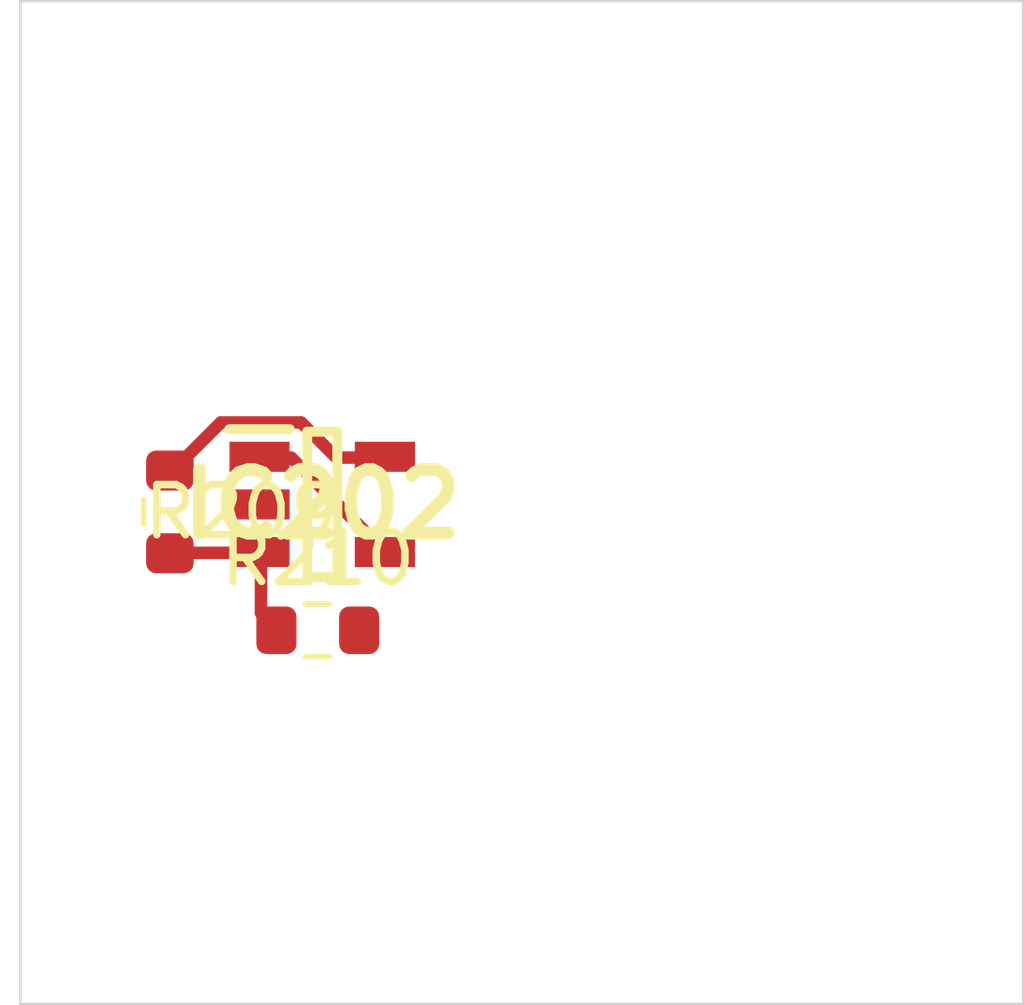
<source format=kicad_pcb>
 ( kicad_pcb  ( version 20171130 )
 ( host pcbnew 5.1.12-84ad8e8a86~92~ubuntu18.04.1 )
 ( general  ( thickness 1.6 )
 ( drawings 4 )
 ( tracks 0 )
 ( zones 0 )
 ( modules 3 )
 ( nets 5 )
)
 ( page A4 )
 ( layers  ( 0 F.Cu signal )
 ( 31 B.Cu signal )
 ( 32 B.Adhes user )
 ( 33 F.Adhes user )
 ( 34 B.Paste user )
 ( 35 F.Paste user )
 ( 36 B.SilkS user )
 ( 37 F.SilkS user )
 ( 38 B.Mask user )
 ( 39 F.Mask user )
 ( 40 Dwgs.User user )
 ( 41 Cmts.User user )
 ( 42 Eco1.User user )
 ( 43 Eco2.User user )
 ( 44 Edge.Cuts user )
 ( 45 Margin user )
 ( 46 B.CrtYd user )
 ( 47 F.CrtYd user )
 ( 48 B.Fab user )
 ( 49 F.Fab user )
)
 ( setup  ( last_trace_width 0.25 )
 ( trace_clearance 0.2 )
 ( zone_clearance 0.508 )
 ( zone_45_only no )
 ( trace_min 0.2 )
 ( via_size 0.8 )
 ( via_drill 0.4 )
 ( via_min_size 0.4 )
 ( via_min_drill 0.3 )
 ( uvia_size 0.3 )
 ( uvia_drill 0.1 )
 ( uvias_allowed no )
 ( uvia_min_size 0.2 )
 ( uvia_min_drill 0.1 )
 ( edge_width 0.05 )
 ( segment_width 0.2 )
 ( pcb_text_width 0.3 )
 ( pcb_text_size 1.5 1.5 )
 ( mod_edge_width 0.12 )
 ( mod_text_size 1 1 )
 ( mod_text_width 0.15 )
 ( pad_size 1.524 1.524 )
 ( pad_drill 0.762 )
 ( pad_to_mask_clearance 0 )
 ( aux_axis_origin 0 0 )
 ( visible_elements FFFFFF7F )
 ( pcbplotparams  ( layerselection 0x010fc_ffffffff )
 ( usegerberextensions false )
 ( usegerberattributes true )
 ( usegerberadvancedattributes true )
 ( creategerberjobfile true )
 ( excludeedgelayer true )
 ( linewidth 0.100000 )
 ( plotframeref false )
 ( viasonmask false )
 ( mode 1 )
 ( useauxorigin false )
 ( hpglpennumber 1 )
 ( hpglpenspeed 20 )
 ( hpglpendiameter 15.000000 )
 ( psnegative false )
 ( psa4output false )
 ( plotreference true )
 ( plotvalue true )
 ( plotinvisibletext false )
 ( padsonsilk false )
 ( subtractmaskfromsilk false )
 ( outputformat 1 )
 ( mirror false )
 ( drillshape 1 )
 ( scaleselection 1 )
 ( outputdirectory "" )
)
)
 ( net 0 "" )
 ( net 1 GND )
 ( net 2 VDDA )
 ( net 3 /Sheet6235D886/vp )
 ( net 4 "Net-(IC202-Pad3)" )
 ( net_class Default "This is the default net class."  ( clearance 0.2 )
 ( trace_width 0.25 )
 ( via_dia 0.8 )
 ( via_drill 0.4 )
 ( uvia_dia 0.3 )
 ( uvia_drill 0.1 )
 ( add_net /Sheet6235D886/vp )
 ( add_net GND )
 ( add_net "Net-(IC202-Pad3)" )
 ( add_net VDDA )
)
 ( module SOT95P280X145-5N locked  ( layer F.Cu )
 ( tedit 62336ED7 )
 ( tstamp 623423ED )
 ( at 86.020900 110.035000 )
 ( descr DBV0005A )
 ( tags "Integrated Circuit" )
 ( path /6235D887/6266C08E )
 ( attr smd )
 ( fp_text reference IC202  ( at 0 0 )
 ( layer F.SilkS )
 ( effects  ( font  ( size 1.27 1.27 )
 ( thickness 0.254 )
)
)
)
 ( fp_text value TL071HIDBVR  ( at 0 0 )
 ( layer F.SilkS )
hide  ( effects  ( font  ( size 1.27 1.27 )
 ( thickness 0.254 )
)
)
)
 ( fp_line  ( start -1.85 -1.5 )
 ( end -0.65 -1.5 )
 ( layer F.SilkS )
 ( width 0.2 )
)
 ( fp_line  ( start -0.3 1.45 )
 ( end -0.3 -1.45 )
 ( layer F.SilkS )
 ( width 0.2 )
)
 ( fp_line  ( start 0.3 1.45 )
 ( end -0.3 1.45 )
 ( layer F.SilkS )
 ( width 0.2 )
)
 ( fp_line  ( start 0.3 -1.45 )
 ( end 0.3 1.45 )
 ( layer F.SilkS )
 ( width 0.2 )
)
 ( fp_line  ( start -0.3 -1.45 )
 ( end 0.3 -1.45 )
 ( layer F.SilkS )
 ( width 0.2 )
)
 ( fp_line  ( start -0.8 -0.5 )
 ( end 0.15 -1.45 )
 ( layer Dwgs.User )
 ( width 0.1 )
)
 ( fp_line  ( start -0.8 1.45 )
 ( end -0.8 -1.45 )
 ( layer Dwgs.User )
 ( width 0.1 )
)
 ( fp_line  ( start 0.8 1.45 )
 ( end -0.8 1.45 )
 ( layer Dwgs.User )
 ( width 0.1 )
)
 ( fp_line  ( start 0.8 -1.45 )
 ( end 0.8 1.45 )
 ( layer Dwgs.User )
 ( width 0.1 )
)
 ( fp_line  ( start -0.8 -1.45 )
 ( end 0.8 -1.45 )
 ( layer Dwgs.User )
 ( width 0.1 )
)
 ( fp_line  ( start -2.1 1.775 )
 ( end -2.1 -1.775 )
 ( layer Dwgs.User )
 ( width 0.05 )
)
 ( fp_line  ( start 2.1 1.775 )
 ( end -2.1 1.775 )
 ( layer Dwgs.User )
 ( width 0.05 )
)
 ( fp_line  ( start 2.1 -1.775 )
 ( end 2.1 1.775 )
 ( layer Dwgs.User )
 ( width 0.05 )
)
 ( fp_line  ( start -2.1 -1.775 )
 ( end 2.1 -1.775 )
 ( layer Dwgs.User )
 ( width 0.05 )
)
 ( pad 1 smd rect  ( at -1.25 -0.95 90.000000 )
 ( size 0.6 1.2 )
 ( layers F.Cu F.Mask F.Paste )
 ( net 3 /Sheet6235D886/vp )
)
 ( pad 2 smd rect  ( at -1.25 0 90.000000 )
 ( size 0.6 1.2 )
 ( layers F.Cu F.Mask F.Paste )
 ( net 1 GND )
)
 ( pad 3 smd rect  ( at -1.25 0.95 90.000000 )
 ( size 0.6 1.2 )
 ( layers F.Cu F.Mask F.Paste )
 ( net 4 "Net-(IC202-Pad3)" )
)
 ( pad 4 smd rect  ( at 1.25 0.95 90.000000 )
 ( size 0.6 1.2 )
 ( layers F.Cu F.Mask F.Paste )
 ( net 3 /Sheet6235D886/vp )
)
 ( pad 5 smd rect  ( at 1.25 -0.95 90.000000 )
 ( size 0.6 1.2 )
 ( layers F.Cu F.Mask F.Paste )
 ( net 2 VDDA )
)
)
 ( module Resistor_SMD:R_0603_1608Metric  ( layer F.Cu )
 ( tedit 5F68FEEE )
 ( tstamp 62342595 )
 ( at 82.983200 110.184000 270.000000 )
 ( descr "Resistor SMD 0603 (1608 Metric), square (rectangular) end terminal, IPC_7351 nominal, (Body size source: IPC-SM-782 page 72, https://www.pcb-3d.com/wordpress/wp-content/uploads/ipc-sm-782a_amendment_1_and_2.pdf), generated with kicad-footprint-generator" )
 ( tags resistor )
 ( path /6235D887/623CDBD9 )
 ( attr smd )
 ( fp_text reference R209  ( at 0 -1.43 )
 ( layer F.SilkS )
 ( effects  ( font  ( size 1 1 )
 ( thickness 0.15 )
)
)
)
 ( fp_text value 100k  ( at 0 1.43 )
 ( layer F.Fab )
 ( effects  ( font  ( size 1 1 )
 ( thickness 0.15 )
)
)
)
 ( fp_line  ( start -0.8 0.4125 )
 ( end -0.8 -0.4125 )
 ( layer F.Fab )
 ( width 0.1 )
)
 ( fp_line  ( start -0.8 -0.4125 )
 ( end 0.8 -0.4125 )
 ( layer F.Fab )
 ( width 0.1 )
)
 ( fp_line  ( start 0.8 -0.4125 )
 ( end 0.8 0.4125 )
 ( layer F.Fab )
 ( width 0.1 )
)
 ( fp_line  ( start 0.8 0.4125 )
 ( end -0.8 0.4125 )
 ( layer F.Fab )
 ( width 0.1 )
)
 ( fp_line  ( start -0.237258 -0.5225 )
 ( end 0.237258 -0.5225 )
 ( layer F.SilkS )
 ( width 0.12 )
)
 ( fp_line  ( start -0.237258 0.5225 )
 ( end 0.237258 0.5225 )
 ( layer F.SilkS )
 ( width 0.12 )
)
 ( fp_line  ( start -1.48 0.73 )
 ( end -1.48 -0.73 )
 ( layer F.CrtYd )
 ( width 0.05 )
)
 ( fp_line  ( start -1.48 -0.73 )
 ( end 1.48 -0.73 )
 ( layer F.CrtYd )
 ( width 0.05 )
)
 ( fp_line  ( start 1.48 -0.73 )
 ( end 1.48 0.73 )
 ( layer F.CrtYd )
 ( width 0.05 )
)
 ( fp_line  ( start 1.48 0.73 )
 ( end -1.48 0.73 )
 ( layer F.CrtYd )
 ( width 0.05 )
)
 ( fp_text user %R  ( at 0 0 )
 ( layer F.Fab )
 ( effects  ( font  ( size 0.4 0.4 )
 ( thickness 0.06 )
)
)
)
 ( pad 1 smd roundrect  ( at -0.825 0 270.000000 )
 ( size 0.8 0.95 )
 ( layers F.Cu F.Mask F.Paste )
 ( roundrect_rratio 0.25 )
 ( net 2 VDDA )
)
 ( pad 2 smd roundrect  ( at 0.825 0 270.000000 )
 ( size 0.8 0.95 )
 ( layers F.Cu F.Mask F.Paste )
 ( roundrect_rratio 0.25 )
 ( net 4 "Net-(IC202-Pad3)" )
)
 ( model ${KISYS3DMOD}/Resistor_SMD.3dshapes/R_0603_1608Metric.wrl  ( at  ( xyz 0 0 0 )
)
 ( scale  ( xyz 1 1 1 )
)
 ( rotate  ( xyz 0 0 0 )
)
)
)
 ( module Resistor_SMD:R_0603_1608Metric  ( layer F.Cu )
 ( tedit 5F68FEEE )
 ( tstamp 623425A6 )
 ( at 85.932300 112.545000 )
 ( descr "Resistor SMD 0603 (1608 Metric), square (rectangular) end terminal, IPC_7351 nominal, (Body size source: IPC-SM-782 page 72, https://www.pcb-3d.com/wordpress/wp-content/uploads/ipc-sm-782a_amendment_1_and_2.pdf), generated with kicad-footprint-generator" )
 ( tags resistor )
 ( path /6235D887/623CDBDF )
 ( attr smd )
 ( fp_text reference R210  ( at 0 -1.43 )
 ( layer F.SilkS )
 ( effects  ( font  ( size 1 1 )
 ( thickness 0.15 )
)
)
)
 ( fp_text value 100k  ( at 0 1.43 )
 ( layer F.Fab )
 ( effects  ( font  ( size 1 1 )
 ( thickness 0.15 )
)
)
)
 ( fp_line  ( start 1.48 0.73 )
 ( end -1.48 0.73 )
 ( layer F.CrtYd )
 ( width 0.05 )
)
 ( fp_line  ( start 1.48 -0.73 )
 ( end 1.48 0.73 )
 ( layer F.CrtYd )
 ( width 0.05 )
)
 ( fp_line  ( start -1.48 -0.73 )
 ( end 1.48 -0.73 )
 ( layer F.CrtYd )
 ( width 0.05 )
)
 ( fp_line  ( start -1.48 0.73 )
 ( end -1.48 -0.73 )
 ( layer F.CrtYd )
 ( width 0.05 )
)
 ( fp_line  ( start -0.237258 0.5225 )
 ( end 0.237258 0.5225 )
 ( layer F.SilkS )
 ( width 0.12 )
)
 ( fp_line  ( start -0.237258 -0.5225 )
 ( end 0.237258 -0.5225 )
 ( layer F.SilkS )
 ( width 0.12 )
)
 ( fp_line  ( start 0.8 0.4125 )
 ( end -0.8 0.4125 )
 ( layer F.Fab )
 ( width 0.1 )
)
 ( fp_line  ( start 0.8 -0.4125 )
 ( end 0.8 0.4125 )
 ( layer F.Fab )
 ( width 0.1 )
)
 ( fp_line  ( start -0.8 -0.4125 )
 ( end 0.8 -0.4125 )
 ( layer F.Fab )
 ( width 0.1 )
)
 ( fp_line  ( start -0.8 0.4125 )
 ( end -0.8 -0.4125 )
 ( layer F.Fab )
 ( width 0.1 )
)
 ( fp_text user %R  ( at 0 0 )
 ( layer F.Fab )
 ( effects  ( font  ( size 0.4 0.4 )
 ( thickness 0.06 )
)
)
)
 ( pad 2 smd roundrect  ( at 0.825 0 )
 ( size 0.8 0.95 )
 ( layers F.Cu F.Mask F.Paste )
 ( roundrect_rratio 0.25 )
 ( net 1 GND )
)
 ( pad 1 smd roundrect  ( at -0.825 0 )
 ( size 0.8 0.95 )
 ( layers F.Cu F.Mask F.Paste )
 ( roundrect_rratio 0.25 )
 ( net 4 "Net-(IC202-Pad3)" )
)
 ( model ${KISYS3DMOD}/Resistor_SMD.3dshapes/R_0603_1608Metric.wrl  ( at  ( xyz 0 0 0 )
)
 ( scale  ( xyz 1 1 1 )
)
 ( rotate  ( xyz 0 0 0 )
)
)
)
 ( gr_line  ( start 100 100 )
 ( end 100 120 )
 ( layer Edge.Cuts )
 ( width 0.05 )
 ( tstamp 62E770C4 )
)
 ( gr_line  ( start 80 120 )
 ( end 100 120 )
 ( layer Edge.Cuts )
 ( width 0.05 )
 ( tstamp 62E770C0 )
)
 ( gr_line  ( start 80 100 )
 ( end 100 100 )
 ( layer Edge.Cuts )
 ( width 0.05 )
 ( tstamp 6234110C )
)
 ( gr_line  ( start 80 100 )
 ( end 80 120 )
 ( layer Edge.Cuts )
 ( width 0.05 )
)
 ( segment  ( start 83.000001 109.400002 )
 ( end 84.000001 108.400002 )
 ( width 0.250000 )
 ( layer F.Cu )
 ( net 2 )
)
 ( segment  ( start 84.000001 108.400002 )
 ( end 85.600001 108.400002 )
 ( width 0.250000 )
 ( layer F.Cu )
 ( net 2 )
)
 ( segment  ( start 85.600001 108.400002 )
 ( end 86.300001 109.100002 )
 ( width 0.250000 )
 ( layer F.Cu )
 ( net 2 )
)
 ( segment  ( start 86.300001 109.100002 )
 ( end 87.300001 109.100002 )
 ( width 0.250000 )
 ( layer F.Cu )
 ( net 2 )
)
 ( segment  ( start 87.300001 111.000002 )
 ( end 85.400001 109.100002 )
 ( width 0.250000 )
 ( layer F.Cu )
 ( net 3 )
)
 ( segment  ( start 85.400001 109.100002 )
 ( end 84.800001 109.100002 )
 ( width 0.250000 )
 ( layer F.Cu )
 ( net 3 )
)
 ( segment  ( start 83.000001 111.000002 )
 ( end 84.800001 111.000002 )
 ( width 0.250000 )
 ( layer F.Cu )
 ( net 4 )
)
 ( segment  ( start 85.100001 112.500002 )
 ( end 84.800001 112.200002 )
 ( width 0.250000 )
 ( layer F.Cu )
 ( net 4 )
)
 ( segment  ( start 84.800001 112.200002 )
 ( end 84.800001 111.000002 )
 ( width 0.250000 )
 ( layer F.Cu )
 ( net 4 )
)
)

</source>
